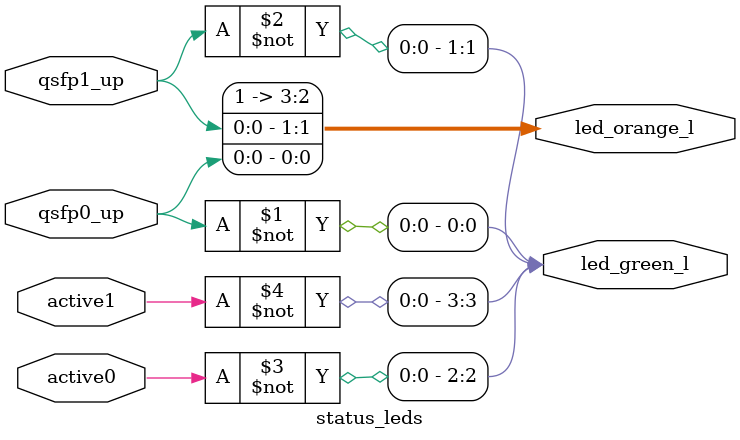
<source format=v>
module status_leds
(
    input qsfp0_up, qsfp1_up,

    input active0, active1,

    output[3:0] led_green_l, led_orange_l
);

assign led_orange_l = {     1'b1,     1'b1,  qsfp1_up,  qsfp0_up};
assign led_green_l  = { ~active1, ~active0, ~qsfp1_up, ~qsfp0_up};

endmodule
</source>
